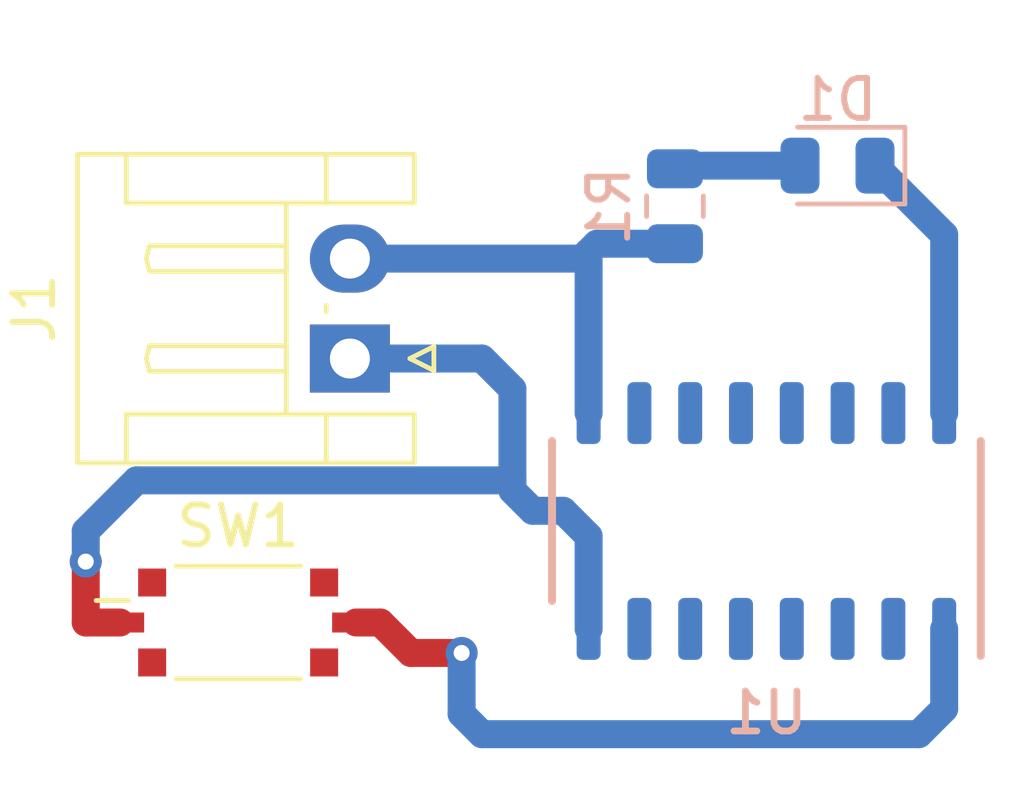
<source format=kicad_pcb>
(kicad_pcb (version 20171130) (host pcbnew "(5.0.0)")

  (general
    (thickness 1.6)
    (drawings 4)
    (tracks 32)
    (zones 0)
    (modules 5)
    (nets 18)
  )

  (page A4)
  (layers
    (0 F.Cu signal)
    (31 B.Cu signal)
    (32 B.Adhes user)
    (33 F.Adhes user)
    (34 B.Paste user)
    (35 F.Paste user)
    (36 B.SilkS user)
    (37 F.SilkS user)
    (38 B.Mask user)
    (39 F.Mask user)
    (40 Dwgs.User user)
    (41 Cmts.User user)
    (42 Eco1.User user)
    (43 Eco2.User user)
    (44 Edge.Cuts user)
    (45 Margin user)
    (46 B.CrtYd user)
    (47 F.CrtYd user)
    (48 B.Fab user)
    (49 F.Fab user)
  )

  (setup
    (last_trace_width 0.7)
    (trace_clearance 0.2)
    (zone_clearance 0.508)
    (zone_45_only no)
    (trace_min 0.2)
    (segment_width 0.2)
    (edge_width 0.15)
    (via_size 0.8)
    (via_drill 0.4)
    (via_min_size 0.4)
    (via_min_drill 0.3)
    (uvia_size 0.3)
    (uvia_drill 0.1)
    (uvias_allowed no)
    (uvia_min_size 0.2)
    (uvia_min_drill 0.1)
    (pcb_text_width 0.3)
    (pcb_text_size 1.5 1.5)
    (mod_edge_width 0.15)
    (mod_text_size 1 1)
    (mod_text_width 0.15)
    (pad_size 1.524 1.524)
    (pad_drill 0.762)
    (pad_to_mask_clearance 0.2)
    (aux_axis_origin 0 0)
    (visible_elements 7FFFFFFF)
    (pcbplotparams
      (layerselection 0x010fc_ffffffff)
      (usegerberextensions false)
      (usegerberattributes false)
      (usegerberadvancedattributes false)
      (creategerberjobfile false)
      (excludeedgelayer true)
      (linewidth 0.100000)
      (plotframeref false)
      (viasonmask false)
      (mode 1)
      (useauxorigin false)
      (hpglpennumber 1)
      (hpglpenspeed 20)
      (hpglpendiameter 15.000000)
      (psnegative false)
      (psa4output false)
      (plotreference true)
      (plotvalue true)
      (plotinvisibletext false)
      (padsonsilk false)
      (subtractmaskfromsilk false)
      (outputformat 1)
      (mirror false)
      (drillshape 1)
      (scaleselection 1)
      (outputdirectory ""))
  )

  (net 0 "")
  (net 1 "Net-(U1-Pad2)")
  (net 2 "Net-(U1-Pad4)")
  (net 3 "Net-(U1-Pad7)")
  (net 4 "Net-(U1-Pad10)")
  (net 5 "Net-(U1-Pad11)")
  (net 6 "Net-(U1-Pad12)")
  (net 7 "Net-(U1-Pad13)")
  (net 8 "Net-(U1-Pad14)")
  (net 9 "Net-(U1-Pad15)")
  (net 10 "Net-(U1-Pad3)")
  (net 11 "Net-(U1-Pad5)")
  (net 12 "Net-(U1-Pad6)")
  (net 13 "Net-(D1-Pad2)")
  (net 14 GND)
  (net 15 "Net-(SW1-Pad2)")
  (net 16 +5V)
  (net 17 "Net-(D1-Pad1)")

  (net_class Default "Esta es la clase de red por defecto."
    (clearance 0.2)
    (trace_width 0.7)
    (via_dia 0.8)
    (via_drill 0.4)
    (uvia_dia 0.3)
    (uvia_drill 0.1)
    (add_net +5V)
    (add_net GND)
    (add_net "Net-(D1-Pad1)")
    (add_net "Net-(D1-Pad2)")
    (add_net "Net-(SW1-Pad2)")
    (add_net "Net-(U1-Pad10)")
    (add_net "Net-(U1-Pad11)")
    (add_net "Net-(U1-Pad12)")
    (add_net "Net-(U1-Pad13)")
    (add_net "Net-(U1-Pad14)")
    (add_net "Net-(U1-Pad15)")
    (add_net "Net-(U1-Pad2)")
    (add_net "Net-(U1-Pad3)")
    (add_net "Net-(U1-Pad4)")
    (add_net "Net-(U1-Pad5)")
    (add_net "Net-(U1-Pad6)")
    (add_net "Net-(U1-Pad7)")
  )

  (module Button_Switch_SMD:SW_DIP_SPSTx01_Slide_Copal_CVS-01xB_W5.9mm_P1mm (layer F.Cu) (tedit 5A4E1407) (tstamp 5BBFD4D1)
    (at 136.144 98.044)
    (descr "SMD 1x-dip-switch SPST Copal_CVS-01xB, Slide, row spacing 5.9 mm (232 mils), body size  (see http://www.nidec-copal-electronics.com/e/catalog/switch/cvs.pdf)")
    (tags "SMD DIP Switch SPST Slide 5.9mm 232mil")
    (path /5BB278FB)
    (attr smd)
    (fp_text reference SW1 (at 0 -2.41) (layer F.SilkS)
      (effects (font (size 1 1) (thickness 0.15)))
    )
    (fp_text value SW_Push (at 0 2.41) (layer F.Fab)
      (effects (font (size 1 1) (thickness 0.15)))
    )
    (fp_line (start -1.35 -1) (end 2.35 -1) (layer F.Fab) (width 0.1))
    (fp_line (start 2.35 -1) (end 2.35 1) (layer F.Fab) (width 0.1))
    (fp_line (start 2.35 1) (end -2.35 1) (layer F.Fab) (width 0.1))
    (fp_line (start -2.35 1) (end -2.35 0) (layer F.Fab) (width 0.1))
    (fp_line (start -2.35 0) (end -1.35 -1) (layer F.Fab) (width 0.1))
    (fp_line (start -1 -0.25) (end -1 0.25) (layer F.Fab) (width 0.1))
    (fp_line (start -1 0.25) (end 1 0.25) (layer F.Fab) (width 0.1))
    (fp_line (start 1 0.25) (end 1 -0.25) (layer F.Fab) (width 0.1))
    (fp_line (start 1 -0.25) (end -1 -0.25) (layer F.Fab) (width 0.1))
    (fp_line (start -1 -0.15) (end -0.333333 -0.15) (layer F.Fab) (width 0.1))
    (fp_line (start -1 -0.05) (end -0.333333 -0.05) (layer F.Fab) (width 0.1))
    (fp_line (start -1 0.05) (end -0.333333 0.05) (layer F.Fab) (width 0.1))
    (fp_line (start -1 0.15) (end -0.333333 0.15) (layer F.Fab) (width 0.1))
    (fp_line (start -0.333333 -0.25) (end -0.333333 0.25) (layer F.Fab) (width 0.1))
    (fp_line (start -1.56 1.41) (end 1.561 1.41) (layer F.SilkS) (width 0.12))
    (fp_line (start -3.55 -0.55) (end -2.739 -0.55) (layer F.SilkS) (width 0.12))
    (fp_line (start -1.56 -1.41) (end 1.561 -1.41) (layer F.SilkS) (width 0.12))
    (fp_line (start -3.8 -1.7) (end -3.8 1.7) (layer F.CrtYd) (width 0.05))
    (fp_line (start -3.8 1.7) (end 3.8 1.7) (layer F.CrtYd) (width 0.05))
    (fp_line (start 3.8 1.7) (end 3.8 -1.7) (layer F.CrtYd) (width 0.05))
    (fp_line (start 3.8 -1.7) (end -3.8 -1.7) (layer F.CrtYd) (width 0.05))
    (fp_text user %R (at 1.675 0 90) (layer F.Fab)
      (effects (font (size 0.6 0.6) (thickness 0.09)))
    )
    (fp_text user on (at 0.2 -0.625) (layer F.Fab)
      (effects (font (size 0.6 0.6) (thickness 0.09)))
    )
    (pad 1 smd rect (at -2.95 0) (size 1.2 0.5) (layers F.Cu F.Paste F.Mask)
      (net 16 +5V))
    (pad 2 smd rect (at 2.95 0) (size 1.2 0.5) (layers F.Cu F.Paste F.Mask)
      (net 15 "Net-(SW1-Pad2)"))
    (pad 3 smd rect (at -2.15 -1) (size 0.7 0.7) (layers F.Cu F.Paste F.Mask))
    (pad 3 smd rect (at 2.15 -1) (size 0.7 0.7) (layers F.Cu F.Paste F.Mask))
    (pad 3 smd rect (at -2.15 1) (size 0.7 0.7) (layers F.Cu F.Paste F.Mask))
    (pad 3 smd rect (at 2.15 1) (size 0.7 0.7) (layers F.Cu F.Paste F.Mask))
    (model ${KISYS3DMOD}/Button_Switch_SMD.3dshapes/SW_DIP_SPSTx01_Slide_Copal_CVS-01xB_W5.9mm_P1mm.wrl
      (at (xyz 0 0 0))
      (scale (xyz 1 1 1))
      (rotate (xyz 0 0 0))
    )
  )

  (module Connector_JST:JST_EH_S02B-EH_1x02_P2.50mm_Horizontal (layer F.Cu) (tedit 5A0EBB2C) (tstamp 5BBFD49F)
    (at 138.938 91.44 90)
    (descr "JST EH series connector, S02B-EH (http://www.jst-mfg.com/product/pdf/eng/eEH.pdf), generated with kicad-footprint-generator")
    (tags "connector JST EH top entry")
    (path /5BB27C78)
    (fp_text reference J1 (at 1.25 -7.9 90) (layer F.SilkS)
      (effects (font (size 1 1) (thickness 0.15)))
    )
    (fp_text value Conn_01x02_Female (at 1.25 2.7 90) (layer F.Fab)
      (effects (font (size 1 1) (thickness 0.15)))
    )
    (fp_line (start -1.5 -0.7) (end -1.5 1.5) (layer F.Fab) (width 0.1))
    (fp_line (start -1.5 1.5) (end -2.5 1.5) (layer F.Fab) (width 0.1))
    (fp_line (start -2.5 1.5) (end -2.5 -6.7) (layer F.Fab) (width 0.1))
    (fp_line (start -2.5 -6.7) (end 5 -6.7) (layer F.Fab) (width 0.1))
    (fp_line (start 5 -6.7) (end 5 1.5) (layer F.Fab) (width 0.1))
    (fp_line (start 5 1.5) (end 4 1.5) (layer F.Fab) (width 0.1))
    (fp_line (start 4 1.5) (end 4 -0.7) (layer F.Fab) (width 0.1))
    (fp_line (start 4 -0.7) (end -1.5 -0.7) (layer F.Fab) (width 0.1))
    (fp_line (start -3 -7.2) (end -3 2) (layer F.CrtYd) (width 0.05))
    (fp_line (start -3 2) (end 5.5 2) (layer F.CrtYd) (width 0.05))
    (fp_line (start 5.5 2) (end 5.5 -7.2) (layer F.CrtYd) (width 0.05))
    (fp_line (start 5.5 -7.2) (end -3 -7.2) (layer F.CrtYd) (width 0.05))
    (fp_line (start -1.39 -0.59) (end -1.39 1.61) (layer F.SilkS) (width 0.12))
    (fp_line (start -1.39 1.61) (end -2.61 1.61) (layer F.SilkS) (width 0.12))
    (fp_line (start -2.61 1.61) (end -2.61 -6.81) (layer F.SilkS) (width 0.12))
    (fp_line (start -2.61 -6.81) (end 5.11 -6.81) (layer F.SilkS) (width 0.12))
    (fp_line (start 5.11 -6.81) (end 5.11 1.61) (layer F.SilkS) (width 0.12))
    (fp_line (start 5.11 1.61) (end 3.89 1.61) (layer F.SilkS) (width 0.12))
    (fp_line (start 3.89 1.61) (end 3.89 -0.59) (layer F.SilkS) (width 0.12))
    (fp_line (start -2.61 -5.59) (end -1.39 -5.59) (layer F.SilkS) (width 0.12))
    (fp_line (start -1.39 -5.59) (end -1.39 -0.59) (layer F.SilkS) (width 0.12))
    (fp_line (start -1.39 -0.59) (end -2.61 -0.59) (layer F.SilkS) (width 0.12))
    (fp_line (start 5.11 -5.59) (end 3.89 -5.59) (layer F.SilkS) (width 0.12))
    (fp_line (start 3.89 -5.59) (end 3.89 -0.59) (layer F.SilkS) (width 0.12))
    (fp_line (start 3.89 -0.59) (end 5.11 -0.59) (layer F.SilkS) (width 0.12))
    (fp_line (start -1.39 -1.59) (end 3.89 -1.59) (layer F.SilkS) (width 0.12))
    (fp_line (start 0 -1.59) (end -0.32 -1.59) (layer F.SilkS) (width 0.12))
    (fp_line (start -0.32 -1.59) (end -0.32 -5.01) (layer F.SilkS) (width 0.12))
    (fp_line (start -0.32 -5.01) (end 0 -5.09) (layer F.SilkS) (width 0.12))
    (fp_line (start 0 -5.09) (end 0.32 -5.01) (layer F.SilkS) (width 0.12))
    (fp_line (start 0.32 -5.01) (end 0.32 -1.59) (layer F.SilkS) (width 0.12))
    (fp_line (start 0.32 -1.59) (end 0 -1.59) (layer F.SilkS) (width 0.12))
    (fp_line (start 1.17 -0.59) (end 1.33 -0.59) (layer F.SilkS) (width 0.12))
    (fp_line (start 2.5 -1.59) (end 2.18 -1.59) (layer F.SilkS) (width 0.12))
    (fp_line (start 2.18 -1.59) (end 2.18 -5.01) (layer F.SilkS) (width 0.12))
    (fp_line (start 2.18 -5.01) (end 2.5 -5.09) (layer F.SilkS) (width 0.12))
    (fp_line (start 2.5 -5.09) (end 2.82 -5.01) (layer F.SilkS) (width 0.12))
    (fp_line (start 2.82 -5.01) (end 2.82 -1.59) (layer F.SilkS) (width 0.12))
    (fp_line (start 2.82 -1.59) (end 2.5 -1.59) (layer F.SilkS) (width 0.12))
    (fp_line (start 0 1.5) (end -0.3 2.1) (layer F.SilkS) (width 0.12))
    (fp_line (start -0.3 2.1) (end 0.3 2.1) (layer F.SilkS) (width 0.12))
    (fp_line (start 0.3 2.1) (end 0 1.5) (layer F.SilkS) (width 0.12))
    (fp_line (start -0.5 -0.7) (end 0 -1.407107) (layer F.Fab) (width 0.1))
    (fp_line (start 0 -1.407107) (end 0.5 -0.7) (layer F.Fab) (width 0.1))
    (fp_text user %R (at 1.25 -2.6 90) (layer F.Fab)
      (effects (font (size 1 1) (thickness 0.15)))
    )
    (pad 1 thru_hole rect (at 0 0 90) (size 1.7 2) (drill 1) (layers *.Cu *.Mask)
      (net 16 +5V))
    (pad 2 thru_hole oval (at 2.5 0 90) (size 1.7 2) (drill 1) (layers *.Cu *.Mask)
      (net 14 GND))
    (model ${KISYS3DMOD}/Connector_JST.3dshapes/JST_EH_S02B-EH_1x02_P2.50mm_Horizontal.wrl
      (at (xyz 0 0 0))
      (scale (xyz 1 1 1))
      (rotate (xyz 0 0 0))
    )
  )

  (module LED_SMD:LED_0805_2012Metric (layer B.Cu) (tedit 5B36C52C) (tstamp 5BBFD48D)
    (at 151.13 86.614 180)
    (descr "LED SMD 0805 (2012 Metric), square (rectangular) end terminal, IPC_7351 nominal, (Body size source: https://docs.google.com/spreadsheets/d/1BsfQQcO9C6DZCsRaXUlFlo91Tg2WpOkGARC1WS5S8t0/edit?usp=sharing), generated with kicad-footprint-generator")
    (tags diode)
    (path /5BB279DD)
    (attr smd)
    (fp_text reference D1 (at 0 1.65 180) (layer B.SilkS)
      (effects (font (size 1 1) (thickness 0.15)) (justify mirror))
    )
    (fp_text value LED (at 0 -1.65 180) (layer B.Fab)
      (effects (font (size 1 1) (thickness 0.15)) (justify mirror))
    )
    (fp_line (start 1 0.6) (end -0.7 0.6) (layer B.Fab) (width 0.1))
    (fp_line (start -0.7 0.6) (end -1 0.3) (layer B.Fab) (width 0.1))
    (fp_line (start -1 0.3) (end -1 -0.6) (layer B.Fab) (width 0.1))
    (fp_line (start -1 -0.6) (end 1 -0.6) (layer B.Fab) (width 0.1))
    (fp_line (start 1 -0.6) (end 1 0.6) (layer B.Fab) (width 0.1))
    (fp_line (start 1 0.96) (end -1.685 0.96) (layer B.SilkS) (width 0.12))
    (fp_line (start -1.685 0.96) (end -1.685 -0.96) (layer B.SilkS) (width 0.12))
    (fp_line (start -1.685 -0.96) (end 1 -0.96) (layer B.SilkS) (width 0.12))
    (fp_line (start -1.68 -0.95) (end -1.68 0.95) (layer B.CrtYd) (width 0.05))
    (fp_line (start -1.68 0.95) (end 1.68 0.95) (layer B.CrtYd) (width 0.05))
    (fp_line (start 1.68 0.95) (end 1.68 -0.95) (layer B.CrtYd) (width 0.05))
    (fp_line (start 1.68 -0.95) (end -1.68 -0.95) (layer B.CrtYd) (width 0.05))
    (fp_text user %R (at 0 0 180) (layer B.Fab)
      (effects (font (size 0.5 0.5) (thickness 0.08)) (justify mirror))
    )
    (pad 1 smd roundrect (at -0.9375 0 180) (size 0.975 1.4) (layers B.Cu B.Paste B.Mask) (roundrect_rratio 0.25)
      (net 17 "Net-(D1-Pad1)"))
    (pad 2 smd roundrect (at 0.9375 0 180) (size 0.975 1.4) (layers B.Cu B.Paste B.Mask) (roundrect_rratio 0.25)
      (net 13 "Net-(D1-Pad2)"))
    (model ${KISYS3DMOD}/LED_SMD.3dshapes/LED_0805_2012Metric.wrl
      (at (xyz 0 0 0))
      (scale (xyz 1 1 1))
      (rotate (xyz 0 0 0))
    )
  )

  (module Resistor_SMD:R_0805_2012Metric (layer B.Cu) (tedit 5B36C52B) (tstamp 5BBFD230)
    (at 147.066 87.63 270)
    (descr "Resistor SMD 0805 (2012 Metric), square (rectangular) end terminal, IPC_7351 nominal, (Body size source: https://docs.google.com/spreadsheets/d/1BsfQQcO9C6DZCsRaXUlFlo91Tg2WpOkGARC1WS5S8t0/edit?usp=sharing), generated with kicad-footprint-generator")
    (tags resistor)
    (path /5BB2795D)
    (attr smd)
    (fp_text reference R1 (at 0 1.65 270) (layer B.SilkS)
      (effects (font (size 1 1) (thickness 0.15)) (justify mirror))
    )
    (fp_text value R (at 0 -1.65 270) (layer B.Fab)
      (effects (font (size 1 1) (thickness 0.15)) (justify mirror))
    )
    (fp_line (start -1 -0.6) (end -1 0.6) (layer B.Fab) (width 0.1))
    (fp_line (start -1 0.6) (end 1 0.6) (layer B.Fab) (width 0.1))
    (fp_line (start 1 0.6) (end 1 -0.6) (layer B.Fab) (width 0.1))
    (fp_line (start 1 -0.6) (end -1 -0.6) (layer B.Fab) (width 0.1))
    (fp_line (start -0.258578 0.71) (end 0.258578 0.71) (layer B.SilkS) (width 0.12))
    (fp_line (start -0.258578 -0.71) (end 0.258578 -0.71) (layer B.SilkS) (width 0.12))
    (fp_line (start -1.68 -0.95) (end -1.68 0.95) (layer B.CrtYd) (width 0.05))
    (fp_line (start -1.68 0.95) (end 1.68 0.95) (layer B.CrtYd) (width 0.05))
    (fp_line (start 1.68 0.95) (end 1.68 -0.95) (layer B.CrtYd) (width 0.05))
    (fp_line (start 1.68 -0.95) (end -1.68 -0.95) (layer B.CrtYd) (width 0.05))
    (fp_text user %R (at 0 0 270) (layer B.Fab)
      (effects (font (size 0.5 0.5) (thickness 0.08)) (justify mirror))
    )
    (pad 1 smd roundrect (at -0.9375 0 270) (size 0.975 1.4) (layers B.Cu B.Paste B.Mask) (roundrect_rratio 0.25)
      (net 13 "Net-(D1-Pad2)"))
    (pad 2 smd roundrect (at 0.9375 0 270) (size 0.975 1.4) (layers B.Cu B.Paste B.Mask) (roundrect_rratio 0.25)
      (net 14 GND))
    (model ${KISYS3DMOD}/Resistor_SMD.3dshapes/R_0805_2012Metric.wrl
      (at (xyz 0 0 0))
      (scale (xyz 1 1 1))
      (rotate (xyz 0 0 0))
    )
  )

  (module Mi_breria:SOIC127P620X175-16 (layer B.Cu) (tedit 5BB274DA) (tstamp 5BC1750C)
    (at 149.352 95.504 180)
    (path /5BB27669)
    (attr smd)
    (fp_text reference U1 (at 0 -4.8 180) (layer B.SilkS)
      (effects (font (size 1 1) (thickness 0.17)) (justify mirror))
    )
    (fp_text value ULN2003A (at 0 4.8 180) (layer B.Fab)
      (effects (font (size 1 1) (thickness 0.17)) (justify mirror))
    )
    (fp_line (start -5 2) (end 5 2) (layer B.Fab) (width 0.12))
    (fp_line (start -5 2) (end -5 -2) (layer B.Fab) (width 0.12))
    (fp_line (start -5 -2) (end 5 -2) (layer B.Fab) (width 0.12))
    (fp_line (start 5 2) (end 5 -2) (layer B.Fab) (width 0.12))
    (fp_line (start -5.36 2) (end -5.36 -3.375) (layer B.SilkS) (width 0.2))
    (fp_line (start 5.36 2) (end 5.36 -2) (layer B.SilkS) (width 0.2))
    (fp_line (start -5.71 3.73) (end 5.71 3.73) (layer B.CrtYd) (width 0.05))
    (fp_line (start -5.71 3.73) (end -5.71 -3.73) (layer B.CrtYd) (width 0.05))
    (fp_line (start -5.71 -3.73) (end 5.71 -3.73) (layer B.CrtYd) (width 0.05))
    (fp_line (start 5.71 -3.73) (end 5.71 3.73) (layer B.CrtYd) (width 0.05))
    (pad 1 smd roundrect (at -4.445 -2.7 180) (size 0.6 1.55) (layers B.Cu B.Paste B.Mask) (roundrect_rratio 0.25)
      (net 15 "Net-(SW1-Pad2)"))
    (pad 2 smd roundrect (at -3.175 -2.7 180) (size 0.6 1.55) (layers B.Cu B.Paste B.Mask) (roundrect_rratio 0.25)
      (net 1 "Net-(U1-Pad2)"))
    (pad 3 smd roundrect (at -1.905 -2.7 180) (size 0.6 1.55) (layers B.Cu B.Paste B.Mask) (roundrect_rratio 0.25)
      (net 10 "Net-(U1-Pad3)"))
    (pad 4 smd roundrect (at -0.635 -2.7 180) (size 0.6 1.55) (layers B.Cu B.Paste B.Mask) (roundrect_rratio 0.25)
      (net 2 "Net-(U1-Pad4)"))
    (pad 6 smd roundrect (at 0.635 -2.7 180) (size 0.6 1.55) (layers B.Cu B.Paste B.Mask) (roundrect_rratio 0.25)
      (net 12 "Net-(U1-Pad6)"))
    (pad 5 smd roundrect (at 1.905 -2.7 180) (size 0.6 1.55) (layers B.Cu B.Paste B.Mask) (roundrect_rratio 0.25)
      (net 11 "Net-(U1-Pad5)"))
    (pad 7 smd roundrect (at 3.175 -2.7 180) (size 0.6 1.55) (layers B.Cu B.Paste B.Mask) (roundrect_rratio 0.25)
      (net 3 "Net-(U1-Pad7)"))
    (pad 8 smd roundrect (at 4.445 -2.7 180) (size 0.6 1.55) (layers B.Cu B.Paste B.Mask) (roundrect_rratio 0.25)
      (net 16 +5V))
    (pad 16 smd roundrect (at -4.445 2.7 180) (size 0.6 1.55) (layers B.Cu B.Paste B.Mask) (roundrect_rratio 0.25)
      (net 17 "Net-(D1-Pad1)"))
    (pad 15 smd roundrect (at -3.175 2.7 180) (size 0.6 1.55) (layers B.Cu B.Paste B.Mask) (roundrect_rratio 0.25)
      (net 9 "Net-(U1-Pad15)"))
    (pad 14 smd roundrect (at -1.905 2.7 180) (size 0.6 1.55) (layers B.Cu B.Paste B.Mask) (roundrect_rratio 0.25)
      (net 8 "Net-(U1-Pad14)"))
    (pad 12 smd roundrect (at -0.635 2.7 180) (size 0.6 1.55) (layers B.Cu B.Paste B.Mask) (roundrect_rratio 0.25)
      (net 6 "Net-(U1-Pad12)"))
    (pad 13 smd roundrect (at 0.635 2.7 180) (size 0.6 1.55) (layers B.Cu B.Paste B.Mask) (roundrect_rratio 0.25)
      (net 7 "Net-(U1-Pad13)"))
    (pad 10 smd roundrect (at 1.905 2.7 180) (size 0.6 1.55) (layers B.Cu B.Paste B.Mask) (roundrect_rratio 0.25)
      (net 4 "Net-(U1-Pad10)"))
    (pad 9 smd roundrect (at 4.445 2.7 180) (size 0.6 1.55) (layers B.Cu B.Paste B.Mask) (roundrect_rratio 0.25)
      (net 14 GND))
    (pad 11 smd roundrect (at 3.175 2.7 180) (size 0.6 1.55) (layers B.Cu B.Paste B.Mask) (roundrect_rratio 0.25)
      (net 5 "Net-(U1-Pad11)"))
    (model C:/Users/Jhonatham/Documents/GitHub/Kicad/IOC.wrl
      (at (xyz 0 0 0))
      (scale (xyz 0.3937 0.3937 0.3937))
      (rotate (xyz 0 0 0))
    )
  )

  (gr_line (start 130.302 102.108) (end 130.302 84.582) (layer B.CrtYd) (width 0.2))
  (gr_line (start 155.702 102.108) (end 130.302 102.108) (layer B.CrtYd) (width 0.2))
  (gr_line (start 155.702 84.582) (end 155.702 102.108) (layer B.CrtYd) (width 0.2))
  (gr_line (start 130.302 84.582) (end 155.702 84.582) (layer B.CrtYd) (width 0.2))

  (segment (start 147.1445 86.614) (end 147.066 86.6925) (width 0.7) (layer B.Cu) (net 13))
  (segment (start 150.1925 86.614) (end 147.1445 86.614) (width 0.7) (layer B.Cu) (net 13))
  (segment (start 144.907 92.804) (end 144.907 88.773) (width 0.7) (layer B.Cu) (net 14))
  (segment (start 145.1125 88.5675) (end 147.066 88.5675) (width 0.7) (layer B.Cu) (net 14))
  (segment (start 144.907 88.773) (end 145.1125 88.5675) (width 0.7) (layer B.Cu) (net 14))
  (segment (start 144.74 88.94) (end 144.907 88.773) (width 0.7) (layer B.Cu) (net 14))
  (segment (start 138.938 88.94) (end 144.74 88.94) (width 0.7) (layer B.Cu) (net 14))
  (via (at 141.732 98.806) (size 0.8) (drill 0.4) (layers F.Cu B.Cu) (net 15))
  (segment (start 141.732 98.806) (end 140.462 98.806) (width 0.7) (layer F.Cu) (net 15))
  (segment (start 139.7 98.044) (end 139.094 98.044) (width 0.7) (layer F.Cu) (net 15))
  (segment (start 140.462 98.806) (end 139.7 98.044) (width 0.7) (layer F.Cu) (net 15))
  (segment (start 153.797 98.204) (end 153.797 100.203) (width 0.7) (layer B.Cu) (net 15))
  (segment (start 153.797 100.203) (end 153.162 100.838) (width 0.7) (layer B.Cu) (net 15))
  (segment (start 153.162 100.838) (end 142.24 100.838) (width 0.7) (layer B.Cu) (net 15))
  (segment (start 141.732 100.33) (end 141.732 98.806) (width 0.7) (layer B.Cu) (net 15))
  (segment (start 142.24 100.838) (end 141.732 100.33) (width 0.7) (layer B.Cu) (net 15))
  (via (at 132.334 96.52) (size 0.8) (drill 0.4) (layers F.Cu B.Cu) (net 16))
  (segment (start 133.194 98.044) (end 132.334 98.044) (width 0.7) (layer F.Cu) (net 16))
  (segment (start 132.334 98.044) (end 132.334 96.52) (width 0.7) (layer F.Cu) (net 16))
  (segment (start 144.907 98.204) (end 144.907 95.885) (width 0.7) (layer B.Cu) (net 16))
  (segment (start 144.907 95.885) (end 144.272 95.25) (width 0.7) (layer B.Cu) (net 16))
  (segment (start 144.272 95.25) (end 143.51 95.25) (width 0.7) (layer B.Cu) (net 16))
  (segment (start 143.51 95.25) (end 143.002 94.742) (width 0.7) (layer B.Cu) (net 16))
  (segment (start 142.24 91.44) (end 138.938 91.44) (width 0.7) (layer B.Cu) (net 16))
  (segment (start 143.002 92.202) (end 142.24 91.44) (width 0.7) (layer B.Cu) (net 16))
  (segment (start 132.334 96.52) (end 132.334 95.758) (width 0.7) (layer B.Cu) (net 16))
  (segment (start 133.604 94.488) (end 143.002 94.488) (width 0.7) (layer B.Cu) (net 16))
  (segment (start 132.334 95.758) (end 133.604 94.488) (width 0.7) (layer B.Cu) (net 16))
  (segment (start 143.002 94.742) (end 143.002 94.488) (width 0.7) (layer B.Cu) (net 16))
  (segment (start 143.002 94.488) (end 143.002 92.202) (width 0.7) (layer B.Cu) (net 16))
  (segment (start 153.797 88.3435) (end 152.0675 86.614) (width 0.7) (layer B.Cu) (net 17))
  (segment (start 153.797 92.804) (end 153.797 88.3435) (width 0.7) (layer B.Cu) (net 17))

)

</source>
